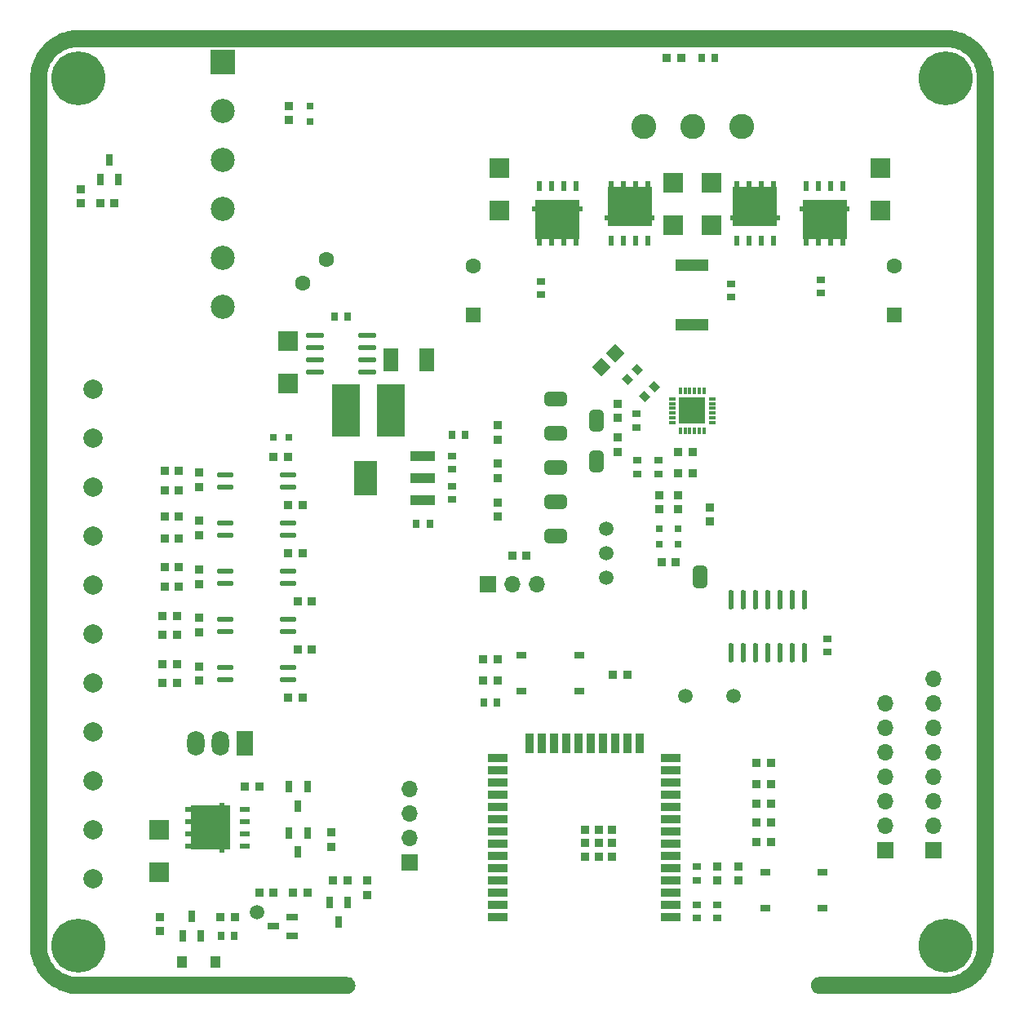
<source format=gbr>
%TF.GenerationSoftware,KiCad,Pcbnew,9.0.0*%
%TF.CreationDate,2025-03-04T23:32:21+01:00*%
%TF.ProjectId,garage-door-controller,67617261-6765-42d6-946f-6f722d636f6e,rev?*%
%TF.SameCoordinates,Original*%
%TF.FileFunction,Soldermask,Top*%
%TF.FilePolarity,Negative*%
%FSLAX46Y46*%
G04 Gerber Fmt 4.6, Leading zero omitted, Abs format (unit mm)*
G04 Created by KiCad (PCBNEW 9.0.0) date 2025-03-04 23:32:21*
%MOMM*%
%LPD*%
G01*
G04 APERTURE LIST*
G04 Aperture macros list*
%AMRotRect*
0 Rectangle, with rotation*
0 The origin of the aperture is its center*
0 $1 length*
0 $2 width*
0 $3 Rotation angle, in degrees counterclockwise*
0 Add horizontal line*
21,1,$1,$2,0,0,$3*%
%AMFreePoly0*
4,1,23,0.500000,-0.750000,0.000000,-0.750000,0.000000,-0.745722,-0.065263,-0.745722,-0.191342,-0.711940,-0.304381,-0.646677,-0.396677,-0.554381,-0.461940,-0.441342,-0.495722,-0.315263,-0.495722,-0.250000,-0.500000,-0.250000,-0.500000,0.250000,-0.495722,0.250000,-0.495722,0.315263,-0.461940,0.441342,-0.396677,0.554381,-0.304381,0.646677,-0.191342,0.711940,-0.065263,0.745722,0.000000,0.745722,
0.000000,0.750000,0.500000,0.750000,0.500000,-0.750000,0.500000,-0.750000,$1*%
%AMFreePoly1*
4,1,23,0.000000,0.745722,0.065263,0.745722,0.191342,0.711940,0.304381,0.646677,0.396677,0.554381,0.461940,0.441342,0.495722,0.315263,0.495722,0.250000,0.500000,0.250000,0.500000,-0.250000,0.495722,-0.250000,0.495722,-0.315263,0.461940,-0.441342,0.396677,-0.554381,0.304381,-0.646677,0.191342,-0.711940,0.065263,-0.745722,0.000000,-0.745722,0.000000,-0.750000,-0.500000,-0.750000,
-0.500000,0.750000,0.000000,0.750000,0.000000,0.745722,0.000000,0.745722,$1*%
G04 Aperture macros list end*
%ADD10R,1.700000X1.700000*%
%ADD11O,1.700000X1.700000*%
%ADD12R,0.860000X0.810000*%
%ADD13R,0.810000X0.860000*%
%ADD14R,3.460000X1.280000*%
%ADD15C,1.500000*%
%ADD16R,1.510000X2.380000*%
%ADD17R,0.580000X1.080000*%
%ADD18R,0.950000X0.500000*%
%ADD19R,4.600000X4.100000*%
%ADD20R,1.100000X1.200000*%
%ADD21RotRect,1.410000X1.350000X45.000000*%
%ADD22R,0.800000X0.900000*%
%ADD23R,1.000000X0.750000*%
%ADD24C,1.600000*%
%ADD25R,1.600000X1.600000*%
%ADD26R,2.000000X2.000000*%
%ADD27R,0.900000X0.800000*%
%ADD28R,0.700000X1.250000*%
%ADD29FreePoly0,0.000000*%
%ADD30FreePoly1,0.000000*%
%ADD31R,0.800000X0.800000*%
%ADD32R,1.250000X0.700000*%
%ADD33R,1.080000X0.580000*%
%ADD34R,0.500000X0.950000*%
%ADD35R,4.100000X4.600000*%
%ADD36O,0.570000X2.040000*%
%ADD37FreePoly0,270.000000*%
%ADD38FreePoly1,270.000000*%
%ADD39C,5.600000*%
%ADD40O,1.710000X0.560000*%
%ADD41RotRect,0.800000X0.900000X225.000000*%
%ADD42R,0.800000X0.300000*%
%ADD43R,0.300000X0.800000*%
%ADD44R,2.800000X2.800000*%
%ADD45R,2.500000X1.100000*%
%ADD46R,2.340000X3.600000*%
%ADD47R,2.100000X0.950000*%
%ADD48R,0.950000X2.100000*%
%ADD49R,0.900000X0.900000*%
%ADD50C,2.000000*%
%ADD51FreePoly0,90.000000*%
%ADD52FreePoly1,90.000000*%
%ADD53R,2.500000X2.500000*%
%ADD54C,2.500000*%
%ADD55C,2.600000*%
%ADD56C,1.520000*%
%ADD57R,3.000000X5.500000*%
%ADD58O,1.950000X0.570000*%
%ADD59R,1.800000X2.600000*%
%ADD60O,1.800000X2.600000*%
%ADD61RotRect,0.800000X0.900000X45.000000*%
G04 APERTURE END LIST*
%TO.C,JP3*%
G36*
X104375000Y-94650000D02*
G01*
X104675000Y-94650000D01*
X104675000Y-96150000D01*
X104375000Y-96150000D01*
X104375000Y-94650000D01*
G37*
%TO.C,JP1*%
G36*
X104375000Y-87550000D02*
G01*
X104675000Y-87550000D01*
X104675000Y-89050000D01*
X104375000Y-89050000D01*
X104375000Y-87550000D01*
G37*
%TO.C,JP6*%
G36*
X109500000Y-90350000D02*
G01*
X108000000Y-90350000D01*
X108000000Y-90650000D01*
X109500000Y-90650000D01*
X109500000Y-90350000D01*
G37*
%TO.C,JP5*%
G36*
X104375000Y-101750000D02*
G01*
X104675000Y-101750000D01*
X104675000Y-103250000D01*
X104375000Y-103250000D01*
X104375000Y-101750000D01*
G37*
%TO.C,JP2*%
G36*
X104375000Y-91100000D02*
G01*
X104675000Y-91100000D01*
X104675000Y-92600000D01*
X104375000Y-92600000D01*
X104375000Y-91100000D01*
G37*
%TO.C,JP7*%
G36*
X108000000Y-94900000D02*
G01*
X109500000Y-94900000D01*
X109500000Y-94600000D01*
X108000000Y-94600000D01*
X108000000Y-94900000D01*
G37*
%TO.C,JP8*%
G36*
X118750000Y-106900000D02*
G01*
X120250000Y-106900000D01*
X120250000Y-106600000D01*
X118750000Y-106600000D01*
X118750000Y-106900000D01*
G37*
%TO.C,JP4*%
G36*
X104375000Y-98200000D02*
G01*
X104675000Y-98200000D01*
X104675000Y-99700000D01*
X104375000Y-99700000D01*
X104375000Y-98200000D01*
G37*
%TD*%
D10*
%TO.C,CN5*%
X143750000Y-135080000D03*
D11*
X143750000Y-132540000D03*
X143750000Y-130000000D03*
X143750000Y-127460000D03*
X143750000Y-124920000D03*
X143750000Y-122380000D03*
X143750000Y-119840000D03*
X143750000Y-117300000D03*
%TD*%
D10*
%TO.C,CN4*%
X138750000Y-135125000D03*
D11*
X138750000Y-132585000D03*
X138750000Y-130045000D03*
X138750000Y-127505000D03*
X138750000Y-124965000D03*
X138750000Y-122425000D03*
X138750000Y-119885000D03*
%TD*%
D12*
%TO.C,R36*%
X98492380Y-96500000D03*
X98492380Y-95000000D03*
%TD*%
D13*
%TO.C,R3*%
X63950000Y-95760000D03*
X65450000Y-95760000D03*
%TD*%
D14*
%TO.C,RS1*%
X118700000Y-80570000D03*
X118700000Y-74430000D03*
%TD*%
D15*
%TO.C,TP3*%
X123000000Y-119076390D03*
%TD*%
D16*
%TO.C,C4*%
X91110000Y-84250000D03*
X87390000Y-84250000D03*
%TD*%
D17*
%TO.C,Q12*%
X134350000Y-66170000D03*
X133080000Y-66170000D03*
X131820000Y-66170000D03*
X130550000Y-66170000D03*
X130540000Y-71830000D03*
X131810000Y-71830000D03*
X133080000Y-71830000D03*
X134350000Y-71830000D03*
D18*
X134620000Y-68540000D03*
D19*
X132450000Y-69690000D03*
D18*
X130280000Y-68540000D03*
%TD*%
D20*
%TO.C,ZD1*%
X65770000Y-146700000D03*
X69230000Y-146700000D03*
%TD*%
D12*
%TO.C,R46*%
X117250000Y-99750000D03*
X117250000Y-98250000D03*
%TD*%
D13*
%TO.C,R11*%
X63750000Y-117760000D03*
X65250000Y-117760000D03*
%TD*%
D12*
%TO.C,R17*%
X67500000Y-112510000D03*
X67500000Y-111010000D03*
%TD*%
D21*
%TO.C,C12*%
X109292893Y-84957107D03*
X110707107Y-83542893D03*
%TD*%
D22*
%TO.C,C18*%
X119650001Y-52850477D03*
X121050001Y-52850477D03*
%TD*%
D23*
%TO.C,SW2*%
X132250000Y-141100000D03*
X126250000Y-141100000D03*
X132250000Y-137400000D03*
X126250000Y-137400000D03*
%TD*%
D12*
%TO.C,R49*%
X123500000Y-136750000D03*
X123500000Y-138250000D03*
%TD*%
D22*
%TO.C,C5*%
X91450000Y-101250000D03*
X90050000Y-101250000D03*
%TD*%
D12*
%TO.C,R39*%
X111000000Y-88750000D03*
X111000000Y-90250000D03*
%TD*%
%TO.C,R30*%
X81250000Y-133250000D03*
X81250000Y-134750000D03*
%TD*%
D13*
%TO.C,R19*%
X71250000Y-142000000D03*
X69750000Y-142000000D03*
%TD*%
D24*
%TO.C,C9*%
X96000000Y-74460000D03*
D25*
X96000000Y-79540000D03*
%TD*%
D13*
%TO.C,R8*%
X63950000Y-105760000D03*
X65450000Y-105760000D03*
%TD*%
%TO.C,R52*%
X125345188Y-134250000D03*
X126845188Y-134250000D03*
%TD*%
D26*
%TO.C,D6*%
X138200000Y-68700000D03*
X138200000Y-64300000D03*
%TD*%
D27*
%TO.C,C24*%
X132750000Y-114541940D03*
X132750000Y-113141940D03*
%TD*%
D13*
%TO.C,R6*%
X63950000Y-100460000D03*
X65450000Y-100460000D03*
%TD*%
D12*
%TO.C,R42*%
X115250000Y-99750000D03*
X115250000Y-98250000D03*
%TD*%
D13*
%TO.C,R33*%
X98500000Y-115250000D03*
X97000000Y-115250000D03*
%TD*%
D27*
%TO.C,C20*%
X122700001Y-77700000D03*
X122700001Y-76300000D03*
%TD*%
D28*
%TO.C,Q6*%
X78756000Y-128532000D03*
X76856000Y-128532000D03*
X77806000Y-130532000D03*
%TD*%
D13*
%TO.C,R55*%
X125345188Y-126000000D03*
X126845188Y-126000000D03*
%TD*%
D29*
%TO.C,JP3*%
X103875000Y-95400000D03*
D30*
X105175000Y-95400000D03*
%TD*%
D13*
%TO.C,R47*%
X117000000Y-105250000D03*
X115500000Y-105250000D03*
%TD*%
D31*
%TO.C,LED2*%
X79000000Y-59449999D03*
X79000000Y-57849999D03*
%TD*%
D27*
%TO.C,C15*%
X112985000Y-96052214D03*
X112985000Y-94652214D03*
%TD*%
D12*
%TO.C,R40*%
X111000000Y-93750000D03*
X111000000Y-92250000D03*
%TD*%
%TO.C,R48*%
X120500000Y-101000000D03*
X120500000Y-99500000D03*
%TD*%
D32*
%TO.C,Q5*%
X77218000Y-143956000D03*
X77218000Y-142056000D03*
X75218000Y-143006000D03*
%TD*%
D33*
%TO.C,Q4*%
X72270000Y-134650000D03*
X72270000Y-133380000D03*
X72270000Y-132120000D03*
X72270000Y-130850000D03*
X66610000Y-130840000D03*
X66610000Y-132110000D03*
X66610000Y-133380000D03*
X66610000Y-134650000D03*
D34*
X69900000Y-134920000D03*
D35*
X68750000Y-132750000D03*
D34*
X69900000Y-130580000D03*
%TD*%
D26*
%TO.C,D2*%
X76750000Y-82300000D03*
X76750000Y-86700000D03*
%TD*%
D29*
%TO.C,JP1*%
X103875000Y-88300000D03*
D30*
X105175000Y-88300000D03*
%TD*%
D36*
%TO.C,U10*%
X130310000Y-109071940D03*
X129040000Y-109071940D03*
X127770000Y-109071940D03*
X126500000Y-109071940D03*
X125230000Y-109071940D03*
X123960000Y-109071940D03*
X122690000Y-109071940D03*
X122690000Y-114611940D03*
X123960000Y-114611940D03*
X125230000Y-114611940D03*
X126500000Y-114611940D03*
X127770000Y-114611940D03*
X129040000Y-114611940D03*
X130310000Y-114611940D03*
%TD*%
D13*
%TO.C,R21*%
X75250000Y-139500000D03*
X73750000Y-139500000D03*
%TD*%
D26*
%TO.C,D3*%
X98700000Y-68700000D03*
X98700000Y-64300000D03*
%TD*%
D37*
%TO.C,JP6*%
X108750000Y-89850000D03*
D38*
X108750000Y-91150000D03*
%TD*%
D29*
%TO.C,JP5*%
X103875000Y-102500000D03*
D30*
X105175000Y-102500000D03*
%TD*%
D39*
%TO.C,H4*%
X145000000Y-145000000D03*
%TD*%
D28*
%TO.C,Q1*%
X57244000Y-65468000D03*
X59144000Y-65468000D03*
X58194000Y-63468000D03*
%TD*%
D27*
%TO.C,C11*%
X103000000Y-77450000D03*
X103000000Y-76050000D03*
%TD*%
D13*
%TO.C,R31*%
X81450000Y-138250000D03*
X82950000Y-138250000D03*
%TD*%
D27*
%TO.C,C8*%
X93750000Y-98700000D03*
X93750000Y-97300000D03*
%TD*%
D13*
%TO.C,R38*%
X100000000Y-104500000D03*
X101500000Y-104500000D03*
%TD*%
D12*
%TO.C,R15*%
X67500000Y-102410000D03*
X67500000Y-100910000D03*
%TD*%
D40*
%TO.C,U5*%
X70240000Y-116130000D03*
X70240000Y-117390000D03*
X76760000Y-117390000D03*
X76760000Y-116130000D03*
%TD*%
D13*
%TO.C,R41*%
X110440000Y-116900000D03*
X111940000Y-116900000D03*
%TD*%
D29*
%TO.C,JP2*%
X103875000Y-91850000D03*
D30*
X105175000Y-91850000D03*
%TD*%
D31*
%TO.C,LED1*%
X76800000Y-92250000D03*
X75200000Y-92250000D03*
%TD*%
D41*
%TO.C,C13*%
X112994975Y-85255025D03*
X112005025Y-86244975D03*
%TD*%
D12*
%TO.C,R14*%
X67500000Y-97429253D03*
X67500000Y-95929253D03*
%TD*%
D42*
%TO.C,U9*%
X116660000Y-88250000D03*
X116660000Y-88750000D03*
X116660000Y-89250000D03*
X116660000Y-89750000D03*
X116660000Y-90250000D03*
X116660000Y-90750000D03*
D43*
X117450000Y-91550000D03*
X117950000Y-91550000D03*
X118450000Y-91550000D03*
X118950000Y-91550000D03*
X119450000Y-91550000D03*
X119950000Y-91550000D03*
D42*
X120740000Y-90750000D03*
X120740000Y-90250000D03*
X120740000Y-89750000D03*
X120740000Y-89250000D03*
X120740000Y-88750000D03*
X120740000Y-88250000D03*
D43*
X119950000Y-87450000D03*
X119450000Y-87450000D03*
X118950000Y-87450000D03*
X118450000Y-87450000D03*
X117950000Y-87450000D03*
X117450000Y-87450000D03*
D44*
X118700000Y-89500000D03*
%TD*%
D27*
%TO.C,C14*%
X112900000Y-89800000D03*
X112900000Y-91200000D03*
%TD*%
D13*
%TO.C,R10*%
X63750000Y-110760000D03*
X65250000Y-110760000D03*
%TD*%
D17*
%TO.C,Q9*%
X106600000Y-66170000D03*
X105330000Y-66170000D03*
X104070000Y-66170000D03*
X102800000Y-66170000D03*
X102790000Y-71830000D03*
X104060000Y-71830000D03*
X105330000Y-71830000D03*
X106600000Y-71830000D03*
D18*
X106870000Y-68540000D03*
D19*
X104700000Y-69690000D03*
D18*
X102530000Y-68540000D03*
%TD*%
D39*
%TO.C,H3*%
X145000000Y-55000000D03*
%TD*%
D12*
%TO.C,R37*%
X98492380Y-100500000D03*
X98492380Y-99000000D03*
%TD*%
D22*
%TO.C,C6*%
X95150000Y-92000000D03*
X93750000Y-92000000D03*
%TD*%
D13*
%TO.C,R53*%
X125345188Y-130250000D03*
X126845188Y-130250000D03*
%TD*%
D10*
%TO.C,CN3*%
X97460000Y-107500000D03*
D11*
X100000000Y-107500000D03*
X102540000Y-107500000D03*
%TD*%
D45*
%TO.C,U7*%
X90749998Y-98800000D03*
X90749998Y-96500000D03*
X90749998Y-94200000D03*
D46*
X84809998Y-96500000D03*
%TD*%
D47*
%TO.C,U8*%
X116500000Y-142020000D03*
X116500000Y-140750000D03*
X116500000Y-139480000D03*
X116500000Y-138210000D03*
X116500000Y-136940000D03*
X116500000Y-135670000D03*
X116500000Y-134400000D03*
X116500000Y-133130000D03*
X116500000Y-131860000D03*
X116500000Y-130590000D03*
X116500000Y-129320000D03*
X116500000Y-128050000D03*
X116500000Y-126780000D03*
X116500000Y-125510000D03*
D48*
X113210000Y-124020000D03*
X111940000Y-124020000D03*
X110670000Y-124020000D03*
X109400000Y-124020000D03*
X108130000Y-124020000D03*
X106860000Y-124020000D03*
X105590000Y-124020000D03*
X104320000Y-124020000D03*
X103050000Y-124020000D03*
X101780000Y-124020000D03*
D47*
X98500000Y-125510000D03*
X98500000Y-126780000D03*
X98500000Y-128050000D03*
X98500000Y-129320000D03*
X98500000Y-130590000D03*
X98500000Y-131860000D03*
X98500000Y-133130000D03*
X98500000Y-134400000D03*
X98500000Y-135670000D03*
X98500000Y-136940000D03*
X98500000Y-138210000D03*
X98500000Y-139480000D03*
X98500000Y-140750000D03*
X98500000Y-142020000D03*
D49*
X107600000Y-135740000D03*
X109000000Y-135740000D03*
X110400000Y-135740000D03*
X107600000Y-134340000D03*
X109000000Y-134340000D03*
X110400000Y-134340000D03*
X107600000Y-132940000D03*
X109000000Y-132940000D03*
X110400000Y-132940000D03*
%TD*%
D13*
%TO.C,R20*%
X72270000Y-128500000D03*
X73770000Y-128500000D03*
%TD*%
%TO.C,R43*%
X116050000Y-52850477D03*
X117550000Y-52850477D03*
%TD*%
D24*
%TO.C,C2*%
X78262563Y-76237437D03*
X80737437Y-73762563D03*
%TD*%
D13*
%TO.C,R9*%
X63750000Y-112760000D03*
X65250000Y-112760000D03*
%TD*%
D26*
%TO.C,D5*%
X120700001Y-65850000D03*
X120700001Y-70250000D03*
%TD*%
D28*
%TO.C,Q8*%
X82956000Y-140532000D03*
X81056000Y-140532000D03*
X82006000Y-142532000D03*
%TD*%
D50*
%TO.C,X4*%
X56500000Y-127880000D03*
X56500000Y-132960000D03*
X56500000Y-138040000D03*
%TD*%
D39*
%TO.C,H2*%
X55000000Y-145000000D03*
%TD*%
D12*
%TO.C,R13*%
X63500000Y-142000000D03*
X63500000Y-143500000D03*
%TD*%
%TO.C,R1*%
X55250000Y-68000000D03*
X55250000Y-66500000D03*
%TD*%
D15*
%TO.C,TP2*%
X118000000Y-119076390D03*
%TD*%
D50*
%TO.C,X2*%
X56500001Y-102480000D03*
X56500001Y-107560000D03*
X56500001Y-112640000D03*
%TD*%
D51*
%TO.C,JP7*%
X108750000Y-95400000D03*
D52*
X108750000Y-94100000D03*
%TD*%
D12*
%TO.C,R22*%
X76849999Y-57850000D03*
X76849999Y-59350000D03*
%TD*%
D24*
%TO.C,C25*%
X139700000Y-74460000D03*
D25*
X139700000Y-79540000D03*
%TD*%
D22*
%TO.C,C1*%
X71200000Y-144000000D03*
X69800000Y-144000000D03*
%TD*%
D13*
%TO.C,R26*%
X79250000Y-109250000D03*
X77750000Y-109250000D03*
%TD*%
%TO.C,R2*%
X57250000Y-68000000D03*
X58750000Y-68000000D03*
%TD*%
D53*
%TO.C,CN1*%
X70000000Y-53299998D03*
D54*
X70000000Y-58379998D03*
X70000000Y-63459998D03*
X70000000Y-68539998D03*
X70000000Y-73619998D03*
X70000000Y-78699998D03*
%TD*%
D40*
%TO.C,U4*%
X70240000Y-111130000D03*
X70240000Y-112390000D03*
X76760000Y-112390000D03*
X76760000Y-111130000D03*
%TD*%
D12*
%TO.C,R16*%
X67500000Y-107510000D03*
X67500000Y-106010000D03*
%TD*%
%TO.C,R35*%
X98492380Y-92500000D03*
X98492380Y-91000000D03*
%TD*%
D13*
%TO.C,R5*%
X63950000Y-102760000D03*
X65450000Y-102760000D03*
%TD*%
%TO.C,R44*%
X117235000Y-93750000D03*
X118735000Y-93750000D03*
%TD*%
%TO.C,R12*%
X63750000Y-115760000D03*
X65250000Y-115760000D03*
%TD*%
D27*
%TO.C,C19*%
X119150000Y-140749999D03*
X119150000Y-142149999D03*
%TD*%
D51*
%TO.C,JP8*%
X119500000Y-107400000D03*
D52*
X119500000Y-106100000D03*
%TD*%
D13*
%TO.C,R27*%
X79250000Y-114250000D03*
X77750000Y-114250000D03*
%TD*%
D55*
%TO.C,CN2*%
X123812500Y-60000000D03*
X118732500Y-60000000D03*
X113652500Y-60000000D03*
%TD*%
D22*
%TO.C,C3*%
X82962961Y-79700000D03*
X81562961Y-79700000D03*
%TD*%
D10*
%TO.C,CN9*%
X89400000Y-136329999D03*
D11*
X89400000Y-133789999D03*
X89400000Y-131249999D03*
X89400000Y-128709999D03*
%TD*%
D12*
%TO.C,R32*%
X85000000Y-139750000D03*
X85000000Y-138250000D03*
%TD*%
D23*
%TO.C,SW1*%
X101000000Y-114900000D03*
X107000000Y-114900000D03*
X101000000Y-118600000D03*
X107000000Y-118600000D03*
%TD*%
D56*
%TO.C,RV1*%
X109750000Y-106790000D03*
X109750000Y-104250000D03*
X109750000Y-101710000D03*
%TD*%
D28*
%TO.C,Q7*%
X78756000Y-133282000D03*
X76856000Y-133282000D03*
X77806000Y-135282000D03*
%TD*%
D29*
%TO.C,JP4*%
X103875000Y-98950000D03*
D30*
X105175000Y-98950000D03*
%TD*%
D13*
%TO.C,R54*%
X125345188Y-128250000D03*
X126845188Y-128250000D03*
%TD*%
D26*
%TO.C,D1*%
X63340000Y-137360000D03*
X63340000Y-132960000D03*
%TD*%
D31*
%TO.C,LED4*%
X117250000Y-103349999D03*
X117250000Y-101749999D03*
%TD*%
%TO.C,LED3*%
X115250000Y-103349999D03*
X115250000Y-101749999D03*
%TD*%
D27*
%TO.C,C17*%
X115235000Y-96052214D03*
X115235000Y-94652214D03*
%TD*%
D13*
%TO.C,R51*%
X125345188Y-132250000D03*
X126845188Y-132250000D03*
%TD*%
D26*
%TO.C,D4*%
X116700001Y-65850000D03*
X116700001Y-70250000D03*
%TD*%
D50*
%TO.C,X1*%
X56500001Y-87240000D03*
X56500001Y-92320000D03*
X56500001Y-97400000D03*
%TD*%
D13*
%TO.C,R29*%
X77250000Y-139500000D03*
X78750000Y-139500000D03*
%TD*%
D17*
%TO.C,Q11*%
X123300001Y-71830000D03*
X124570001Y-71830000D03*
X125830001Y-71830000D03*
X127100001Y-71830000D03*
X127110001Y-66170000D03*
X125840001Y-66170000D03*
X124570001Y-66170000D03*
X123300001Y-66170000D03*
D18*
X123030001Y-69460000D03*
D19*
X125200001Y-68310000D03*
D18*
X127370001Y-69460000D03*
%TD*%
D22*
%TO.C,C10*%
X97050000Y-119750000D03*
X98450000Y-119750000D03*
%TD*%
D27*
%TO.C,C23*%
X132000000Y-77300000D03*
X132000000Y-75900000D03*
%TD*%
D12*
%TO.C,R18*%
X67500000Y-117510000D03*
X67500000Y-116010000D03*
%TD*%
D15*
%TO.C,TP1*%
X73500000Y-141500000D03*
%TD*%
D40*
%TO.C,U1*%
X70240000Y-96130000D03*
X70240000Y-97390000D03*
X76760000Y-97390000D03*
X76760000Y-96130000D03*
%TD*%
D13*
%TO.C,R34*%
X98500000Y-117450000D03*
X97000000Y-117450000D03*
%TD*%
%TO.C,R24*%
X78250000Y-99260000D03*
X76750000Y-99260000D03*
%TD*%
%TO.C,R28*%
X78250000Y-119260000D03*
X76750000Y-119260000D03*
%TD*%
%TO.C,R7*%
X63950000Y-107760000D03*
X65450000Y-107760000D03*
%TD*%
%TO.C,R45*%
X117235000Y-96000000D03*
X118735000Y-96000000D03*
%TD*%
%TO.C,R4*%
X63950000Y-97760000D03*
X65450000Y-97760000D03*
%TD*%
D39*
%TO.C,H1*%
X55000000Y-55000000D03*
%TD*%
D13*
%TO.C,R23*%
X75250000Y-94250001D03*
X76750000Y-94250001D03*
%TD*%
D27*
%TO.C,C7*%
X93750000Y-95600000D03*
X93750000Y-94200000D03*
%TD*%
D57*
%TO.C,L1*%
X82750000Y-89500000D03*
X87410000Y-89500000D03*
%TD*%
D28*
%TO.C,Q2*%
X65794000Y-143968000D03*
X67694000Y-143968000D03*
X66744000Y-141968000D03*
%TD*%
D40*
%TO.C,U2*%
X70240000Y-101130000D03*
X70240000Y-102390000D03*
X76760000Y-102390000D03*
X76760000Y-101130000D03*
%TD*%
D58*
%TO.C,U6*%
X79540000Y-81677500D03*
X79540000Y-82957500D03*
X79540000Y-84217500D03*
X79540000Y-85487500D03*
X84960000Y-85487500D03*
X84960000Y-84217500D03*
X84960000Y-82957500D03*
X84960000Y-81677500D03*
%TD*%
D27*
%TO.C,C22*%
X119150000Y-138200000D03*
X119150000Y-136800000D03*
%TD*%
D50*
%TO.C,X3*%
X56500000Y-122800000D03*
X56500000Y-117720000D03*
%TD*%
D40*
%TO.C,U3*%
X70240000Y-106130000D03*
X70240000Y-107390000D03*
X76760000Y-107390000D03*
X76760000Y-106130000D03*
%TD*%
D59*
%TO.C,Q3*%
X72290000Y-124000000D03*
D60*
X69750000Y-124000000D03*
X67210000Y-124000000D03*
%TD*%
D12*
%TO.C,R50*%
X121250000Y-138250000D03*
X121250000Y-136750000D03*
%TD*%
D13*
%TO.C,R25*%
X78250000Y-104260000D03*
X76750000Y-104260000D03*
%TD*%
D17*
%TO.C,Q10*%
X110300001Y-71830000D03*
X111570001Y-71830000D03*
X112830001Y-71830000D03*
X114100001Y-71830000D03*
X114110001Y-66170000D03*
X112840001Y-66170000D03*
X111570001Y-66170000D03*
X110300001Y-66170000D03*
D18*
X110030001Y-69460000D03*
D19*
X112200001Y-68310000D03*
D18*
X114370001Y-69460000D03*
%TD*%
D27*
%TO.C,C21*%
X121250000Y-140749999D03*
X121250000Y-142149999D03*
%TD*%
D61*
%TO.C,C16*%
X113755025Y-87994975D03*
X114744975Y-87005025D03*
%TD*%
G36*
X54908818Y-148248721D02*
G01*
X54965067Y-148249510D01*
X55000013Y-148249877D01*
X55034967Y-148250000D01*
X82868039Y-148250000D01*
X82881922Y-148250780D01*
X83055818Y-148270373D01*
X83082890Y-148276552D01*
X83241462Y-148332039D01*
X83266479Y-148344086D01*
X83408726Y-148433465D01*
X83430435Y-148450778D01*
X83549221Y-148569564D01*
X83566534Y-148591273D01*
X83655913Y-148733520D01*
X83667960Y-148758537D01*
X83723447Y-148917109D01*
X83729626Y-148944181D01*
X83748435Y-149111117D01*
X83748435Y-149138884D01*
X83729626Y-149305819D01*
X83723447Y-149332890D01*
X83667960Y-149491462D01*
X83655913Y-149516479D01*
X83566534Y-149658726D01*
X83549221Y-149680435D01*
X83430435Y-149799221D01*
X83408726Y-149816534D01*
X83266479Y-149905913D01*
X83241462Y-149917960D01*
X83082890Y-149973447D01*
X83055819Y-149979626D01*
X82881923Y-149999220D01*
X82868039Y-150000000D01*
X55027265Y-150000000D01*
X55000278Y-149999926D01*
X54999607Y-149999922D01*
X54972992Y-149999705D01*
X54972649Y-149999702D01*
X54892051Y-149998822D01*
X54889688Y-149998773D01*
X54870283Y-149998191D01*
X54803863Y-149976506D01*
X54759712Y-149922354D01*
X54750000Y-149874247D01*
X54750000Y-148371470D01*
X54769685Y-148304431D01*
X54822489Y-148258676D01*
X54878783Y-148247562D01*
X54908818Y-148248721D01*
G37*
G36*
X51693039Y-144769685D02*
G01*
X51738794Y-144822489D01*
X51750000Y-144874000D01*
X51750000Y-144999987D01*
X51752556Y-145182378D01*
X51793393Y-145544811D01*
X51793395Y-145544827D01*
X51874557Y-145900423D01*
X51874561Y-145900435D01*
X51995023Y-146244694D01*
X51995029Y-146244708D01*
X52153281Y-146573322D01*
X52347338Y-146882161D01*
X52574753Y-147167332D01*
X52832667Y-147425246D01*
X53117838Y-147652661D01*
X53426677Y-147846718D01*
X53755291Y-148004970D01*
X53755305Y-148004976D01*
X54099564Y-148125438D01*
X54099576Y-148125442D01*
X54455172Y-148206604D01*
X54455188Y-148206606D01*
X54817624Y-148247443D01*
X54817619Y-148247443D01*
X55000013Y-148250000D01*
X55126000Y-148250000D01*
X55193039Y-148269685D01*
X55238794Y-148322489D01*
X55250000Y-148374000D01*
X55250000Y-149876000D01*
X55230315Y-149943039D01*
X55177511Y-149988794D01*
X55126000Y-150000000D01*
X55000710Y-150000000D01*
X54999357Y-149999993D01*
X54786527Y-149997671D01*
X54777073Y-149997206D01*
X54352450Y-149960056D01*
X54341725Y-149958644D01*
X53922623Y-149884746D01*
X53912061Y-149882405D01*
X53500980Y-149772256D01*
X53490664Y-149769003D01*
X53090759Y-149623450D01*
X53080764Y-149619310D01*
X52695062Y-149439454D01*
X52685467Y-149434459D01*
X52316916Y-149221676D01*
X52307792Y-149215864D01*
X51959179Y-148971762D01*
X51950597Y-148965177D01*
X51624579Y-148691616D01*
X51616604Y-148684307D01*
X51315692Y-148383395D01*
X51308383Y-148375420D01*
X51034822Y-148049402D01*
X51028237Y-148040820D01*
X50784135Y-147692207D01*
X50778323Y-147683083D01*
X50565540Y-147314532D01*
X50560545Y-147304937D01*
X50380689Y-146919235D01*
X50376549Y-146909240D01*
X50230996Y-146509335D01*
X50227743Y-146499019D01*
X50117594Y-146087938D01*
X50115253Y-146077376D01*
X50041355Y-145658274D01*
X50039943Y-145647549D01*
X50002793Y-145222926D01*
X50002328Y-145213471D01*
X50000007Y-145000641D01*
X50000000Y-144999289D01*
X50000000Y-144874000D01*
X50019685Y-144806961D01*
X50072489Y-144761206D01*
X50124000Y-144750000D01*
X51626000Y-144750000D01*
X51693039Y-144769685D01*
G37*
G36*
X144999716Y-50000073D02*
G01*
X145000392Y-50000077D01*
X145027007Y-50000294D01*
X145027350Y-50000297D01*
X145107948Y-50001177D01*
X145110313Y-50001226D01*
X145215726Y-50004389D01*
X145220454Y-50004621D01*
X145325718Y-50011808D01*
X145328079Y-50011992D01*
X145434223Y-50021279D01*
X145436915Y-50021544D01*
X145649628Y-50044840D01*
X145654991Y-50045546D01*
X145865165Y-50077895D01*
X145870493Y-50078835D01*
X146079029Y-50120315D01*
X146084311Y-50121486D01*
X146290837Y-50172022D01*
X146296063Y-50173422D01*
X146500223Y-50232930D01*
X146505383Y-50234557D01*
X146706744Y-50302911D01*
X146711827Y-50304761D01*
X146909980Y-50381818D01*
X146914978Y-50383888D01*
X147109594Y-50469520D01*
X147114497Y-50471806D01*
X147305205Y-50565851D01*
X147310005Y-50568350D01*
X147496429Y-50670627D01*
X147501114Y-50673332D01*
X147682907Y-50783646D01*
X147687469Y-50786553D01*
X147864273Y-50904689D01*
X147868705Y-50907792D01*
X148040160Y-51033508D01*
X148044453Y-51036801D01*
X148210309Y-51169915D01*
X148214453Y-51173393D01*
X148374305Y-51313580D01*
X148378293Y-51317235D01*
X148531896Y-51464277D01*
X148535722Y-51468103D01*
X148682764Y-51621706D01*
X148686419Y-51625694D01*
X148826607Y-51785547D01*
X148830085Y-51789691D01*
X148963198Y-51955546D01*
X148966491Y-51959839D01*
X149092201Y-52131286D01*
X149095304Y-52135717D01*
X149213446Y-52312529D01*
X149216353Y-52317092D01*
X149326667Y-52498885D01*
X149329372Y-52503570D01*
X149431644Y-52689986D01*
X149434142Y-52694785D01*
X149528183Y-52885482D01*
X149530470Y-52890386D01*
X149616111Y-53085021D01*
X149618181Y-53090019D01*
X149695238Y-53288172D01*
X149697088Y-53293255D01*
X149765442Y-53494616D01*
X149767069Y-53499776D01*
X149826575Y-53703929D01*
X149827975Y-53709155D01*
X149878513Y-53915688D01*
X149879684Y-53920970D01*
X149921164Y-54129506D01*
X149922104Y-54134833D01*
X149954453Y-54345005D01*
X149955159Y-54350370D01*
X149978456Y-54563095D01*
X149978721Y-54565787D01*
X149988006Y-54671916D01*
X149988190Y-54674276D01*
X149995378Y-54779546D01*
X149995610Y-54784274D01*
X149998773Y-54889686D01*
X149998822Y-54892051D01*
X149999703Y-54972733D01*
X149999706Y-54973077D01*
X149999922Y-54999608D01*
X149999926Y-55000278D01*
X150000000Y-55027265D01*
X150000000Y-144972735D01*
X149999926Y-144999721D01*
X149999922Y-145000390D01*
X149999706Y-145026922D01*
X149999703Y-145027267D01*
X149998822Y-145107948D01*
X149998773Y-145110313D01*
X149995610Y-145215726D01*
X149995378Y-145220454D01*
X149988190Y-145325723D01*
X149988006Y-145328083D01*
X149978721Y-145434213D01*
X149978456Y-145436905D01*
X149955159Y-145649629D01*
X149954453Y-145654994D01*
X149922104Y-145865166D01*
X149921164Y-145870493D01*
X149879684Y-146079029D01*
X149878513Y-146084311D01*
X149827970Y-146290862D01*
X149826570Y-146296088D01*
X149767069Y-146500223D01*
X149765442Y-146505383D01*
X149697088Y-146706744D01*
X149695238Y-146711827D01*
X149618184Y-146909972D01*
X149616114Y-146914971D01*
X149530459Y-147109637D01*
X149528172Y-147114540D01*
X149434142Y-147305214D01*
X149431644Y-147310013D01*
X149329372Y-147496429D01*
X149326667Y-147501114D01*
X149216353Y-147682907D01*
X149213446Y-147687469D01*
X149095310Y-147864273D01*
X149092207Y-147868705D01*
X148966491Y-148040160D01*
X148963198Y-148044452D01*
X148830085Y-148210308D01*
X148826607Y-148214453D01*
X148686419Y-148374305D01*
X148682764Y-148378293D01*
X148535722Y-148531896D01*
X148531896Y-148535722D01*
X148378293Y-148682764D01*
X148374305Y-148686419D01*
X148214431Y-148826625D01*
X148210286Y-148830103D01*
X148044463Y-148963189D01*
X148040172Y-148966482D01*
X147868706Y-149092207D01*
X147864273Y-149095310D01*
X147687469Y-149213446D01*
X147682907Y-149216353D01*
X147501114Y-149326667D01*
X147496429Y-149329372D01*
X147310005Y-149431649D01*
X147305205Y-149434148D01*
X147114497Y-149528193D01*
X147109594Y-149530479D01*
X146914978Y-149616111D01*
X146909980Y-149618181D01*
X146711827Y-149695238D01*
X146706744Y-149697088D01*
X146505383Y-149765442D01*
X146500223Y-149767069D01*
X146296064Y-149826577D01*
X146290838Y-149827978D01*
X146084311Y-149878514D01*
X146079029Y-149879684D01*
X145870493Y-149921164D01*
X145865166Y-149922104D01*
X145654994Y-149954453D01*
X145649629Y-149955159D01*
X145436904Y-149978456D01*
X145434212Y-149978721D01*
X145328083Y-149988006D01*
X145325723Y-149988190D01*
X145220453Y-149995378D01*
X145215725Y-149995610D01*
X145110313Y-149998773D01*
X145107948Y-149998822D01*
X145027350Y-149999702D01*
X145027007Y-149999705D01*
X145000392Y-149999922D01*
X144999721Y-149999926D01*
X144972735Y-150000000D01*
X131881961Y-150000000D01*
X131868077Y-149999220D01*
X131694180Y-149979626D01*
X131667109Y-149973447D01*
X131508537Y-149917960D01*
X131483520Y-149905913D01*
X131341273Y-149816534D01*
X131319564Y-149799221D01*
X131200778Y-149680435D01*
X131183465Y-149658726D01*
X131094086Y-149516479D01*
X131082039Y-149491462D01*
X131026552Y-149332890D01*
X131020373Y-149305819D01*
X131001564Y-149138884D01*
X131001564Y-149111117D01*
X131020373Y-148944181D01*
X131026552Y-148917109D01*
X131082039Y-148758537D01*
X131094086Y-148733520D01*
X131183465Y-148591273D01*
X131200778Y-148569564D01*
X131319564Y-148450778D01*
X131341273Y-148433465D01*
X131483520Y-148344086D01*
X131508537Y-148332039D01*
X131667109Y-148276552D01*
X131694181Y-148270373D01*
X131868078Y-148250780D01*
X131881961Y-148250000D01*
X144965033Y-148250000D01*
X144999986Y-148249877D01*
X145034932Y-148249510D01*
X145091186Y-148248721D01*
X145182235Y-148245208D01*
X145273009Y-148237232D01*
X145363597Y-148227026D01*
X145543949Y-148201563D01*
X145544007Y-148201553D01*
X145722607Y-148166027D01*
X145899014Y-148120522D01*
X146065095Y-148067587D01*
X146068683Y-148066688D01*
X146242730Y-148000252D01*
X146242742Y-148000247D01*
X146409006Y-147925848D01*
X146409026Y-147925838D01*
X146570818Y-147842255D01*
X146570844Y-147842241D01*
X146727738Y-147749692D01*
X146727739Y-147749692D01*
X146879187Y-147648498D01*
X147024830Y-147538891D01*
X147025413Y-147538392D01*
X147163920Y-147421433D01*
X147280329Y-147311378D01*
X147284814Y-147308426D01*
X147421433Y-147163920D01*
X147538392Y-147025413D01*
X147538891Y-147024830D01*
X147648498Y-146879187D01*
X147749692Y-146727739D01*
X147749692Y-146727738D01*
X147842240Y-146570845D01*
X147910737Y-146438257D01*
X147914733Y-146433847D01*
X148000239Y-146242761D01*
X148000248Y-146242741D01*
X148066688Y-146068683D01*
X148067587Y-146065095D01*
X148120522Y-145899014D01*
X148166027Y-145722607D01*
X148201553Y-145544007D01*
X148201563Y-145543949D01*
X148227026Y-145363596D01*
X148237232Y-145273008D01*
X148245208Y-145182235D01*
X148248721Y-145091186D01*
X148249512Y-145034814D01*
X148249877Y-144999986D01*
X148250000Y-144965033D01*
X148250000Y-55034966D01*
X148249877Y-55000013D01*
X148249512Y-54965186D01*
X148248721Y-54908813D01*
X148245208Y-54817765D01*
X148245208Y-54817764D01*
X148237232Y-54726991D01*
X148227026Y-54636403D01*
X148201563Y-54456050D01*
X148201553Y-54455992D01*
X148166027Y-54277392D01*
X148120522Y-54100985D01*
X148067587Y-53934904D01*
X148066688Y-53931317D01*
X148000252Y-53757269D01*
X148000247Y-53757257D01*
X147925848Y-53590993D01*
X147925838Y-53590973D01*
X147842255Y-53429181D01*
X147842241Y-53429155D01*
X147749692Y-53272261D01*
X147749692Y-53272260D01*
X147648498Y-53120812D01*
X147538886Y-52975163D01*
X147538392Y-52974586D01*
X147421433Y-52836079D01*
X147296289Y-52703711D01*
X147163918Y-52578565D01*
X147025412Y-52461606D01*
X147024837Y-52461113D01*
X146879187Y-52351501D01*
X146727738Y-52250307D01*
X146570844Y-52157758D01*
X146570818Y-52157744D01*
X146409026Y-52074161D01*
X146409006Y-52074151D01*
X146242742Y-51999752D01*
X146242730Y-51999747D01*
X146068678Y-51933309D01*
X146065095Y-51932412D01*
X145899018Y-51879478D01*
X145899010Y-51879476D01*
X145761825Y-51844089D01*
X145756003Y-51840614D01*
X145544007Y-51798446D01*
X145543949Y-51798436D01*
X145363596Y-51772973D01*
X145273008Y-51762767D01*
X145182235Y-51754791D01*
X145091186Y-51751278D01*
X145034932Y-51750489D01*
X144999986Y-51750122D01*
X144965033Y-51750000D01*
X55034967Y-51750000D01*
X55000013Y-51750122D01*
X54965067Y-51750489D01*
X54908813Y-51751278D01*
X54817765Y-51754791D01*
X54817764Y-51754791D01*
X54726996Y-51762767D01*
X54636395Y-51772976D01*
X54456054Y-51798435D01*
X54455992Y-51798446D01*
X54248748Y-51839669D01*
X54245289Y-51842025D01*
X54238175Y-51844089D01*
X54100980Y-51879478D01*
X53934904Y-51932412D01*
X53931321Y-51933309D01*
X53757269Y-51999747D01*
X53757257Y-51999752D01*
X53590993Y-52074151D01*
X53590973Y-52074161D01*
X53429181Y-52157744D01*
X53429155Y-52157758D01*
X53272261Y-52250307D01*
X53272260Y-52250307D01*
X53120812Y-52351501D01*
X52975152Y-52461121D01*
X52974587Y-52461606D01*
X52836081Y-52578565D01*
X52691571Y-52715187D01*
X52688620Y-52719671D01*
X52578574Y-52836071D01*
X52461606Y-52974587D01*
X52461121Y-52975152D01*
X52351501Y-53120812D01*
X52250307Y-53272260D01*
X52250307Y-53272261D01*
X52157758Y-53429155D01*
X52157744Y-53429181D01*
X52074161Y-53590973D01*
X52074151Y-53590993D01*
X51999752Y-53757257D01*
X51999747Y-53757269D01*
X51933309Y-53931321D01*
X51932412Y-53934904D01*
X51879478Y-54100980D01*
X51844089Y-54238175D01*
X51840614Y-54243996D01*
X51798446Y-54455992D01*
X51798436Y-54456050D01*
X51772973Y-54636403D01*
X51762767Y-54726991D01*
X51754791Y-54817764D01*
X51754791Y-54817765D01*
X51751278Y-54908813D01*
X51750488Y-54965186D01*
X51750122Y-55000013D01*
X51750000Y-55034966D01*
X51750000Y-144965033D01*
X51750122Y-144999986D01*
X51750488Y-145034814D01*
X51751278Y-145091190D01*
X51752437Y-145121221D01*
X51735351Y-145188969D01*
X51684349Y-145236725D01*
X51628529Y-145250000D01*
X50125753Y-145250000D01*
X50058714Y-145230315D01*
X50012959Y-145177511D01*
X50001809Y-145129724D01*
X50001226Y-145110318D01*
X50001177Y-145107946D01*
X50000297Y-145027265D01*
X50000294Y-145026927D01*
X50000077Y-145000395D01*
X50000073Y-144999716D01*
X50000000Y-144972730D01*
X50000000Y-55027270D01*
X50000073Y-55000283D01*
X50000077Y-54999604D01*
X50000294Y-54973073D01*
X50000297Y-54972735D01*
X50001177Y-54892053D01*
X50001226Y-54889686D01*
X50004389Y-54784274D01*
X50004621Y-54779547D01*
X50011808Y-54674282D01*
X50011992Y-54671920D01*
X50021279Y-54565778D01*
X50021544Y-54563087D01*
X50044840Y-54350372D01*
X50045546Y-54345008D01*
X50077895Y-54134834D01*
X50078835Y-54129506D01*
X50120315Y-53920970D01*
X50121486Y-53915688D01*
X50172019Y-53709175D01*
X50173419Y-53703949D01*
X50232930Y-53499776D01*
X50234557Y-53494616D01*
X50302911Y-53293255D01*
X50304761Y-53288172D01*
X50381818Y-53090019D01*
X50383888Y-53085021D01*
X50469520Y-52890405D01*
X50471806Y-52885502D01*
X50565851Y-52694794D01*
X50568350Y-52689994D01*
X50670627Y-52503570D01*
X50673332Y-52498885D01*
X50783646Y-52317092D01*
X50786553Y-52312529D01*
X50904695Y-52135717D01*
X50907798Y-52131286D01*
X51033508Y-51959839D01*
X51036802Y-51955546D01*
X51169910Y-51789698D01*
X51173387Y-51785554D01*
X51313580Y-51625694D01*
X51317235Y-51621706D01*
X51464277Y-51468103D01*
X51468103Y-51464277D01*
X51621706Y-51317235D01*
X51625695Y-51313579D01*
X51785562Y-51173381D01*
X51789705Y-51169905D01*
X51955532Y-51036813D01*
X51959824Y-51033519D01*
X52131285Y-50907798D01*
X52135717Y-50904695D01*
X52312529Y-50786553D01*
X52317092Y-50783646D01*
X52498885Y-50673332D01*
X52503570Y-50670627D01*
X52689986Y-50568355D01*
X52694785Y-50565857D01*
X52885459Y-50471827D01*
X52890362Y-50469540D01*
X53085028Y-50383885D01*
X53090027Y-50381815D01*
X53288172Y-50304761D01*
X53293255Y-50302911D01*
X53494616Y-50234557D01*
X53499776Y-50232930D01*
X53703911Y-50173430D01*
X53709136Y-50172030D01*
X53915693Y-50121485D01*
X53920976Y-50120314D01*
X54129506Y-50078835D01*
X54134833Y-50077895D01*
X54345005Y-50045546D01*
X54350370Y-50044840D01*
X54563095Y-50021543D01*
X54565787Y-50021278D01*
X54671916Y-50011993D01*
X54674276Y-50011809D01*
X54779546Y-50004621D01*
X54784274Y-50004389D01*
X54889686Y-50001226D01*
X54892051Y-50001177D01*
X54972649Y-50000297D01*
X54972992Y-50000294D01*
X54999607Y-50000077D01*
X55000283Y-50000073D01*
X55027270Y-50000000D01*
X144972730Y-50000000D01*
X144999716Y-50000073D01*
G37*
M02*

</source>
